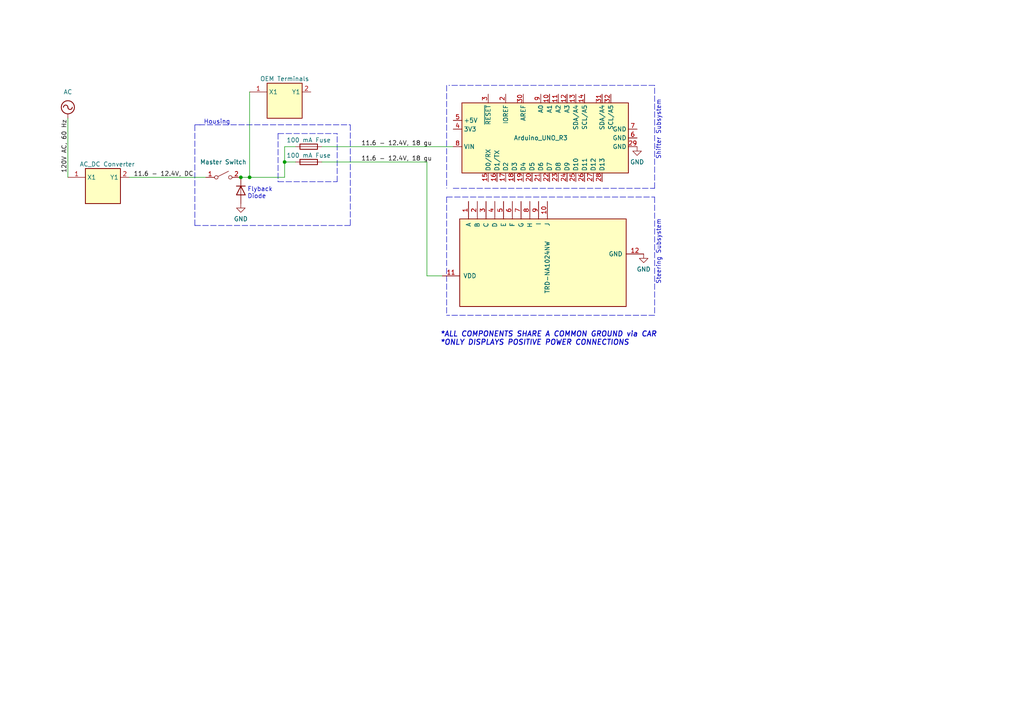
<source format=kicad_sch>
(kicad_sch (version 20211123) (generator eeschema)

  (uuid 29ef07db-9600-4808-a0b6-4cdbf71d1877)

  (paper "A4")

  (lib_symbols
    (symbol "74AHC1G4210_1" (in_bom yes) (on_board yes)
      (property "Reference" "PS" (id 0) (at 17.78 7.62 0)
        (effects (font (size 1.27 1.27)) hide)
      )
      (property "Value" "74AHC1G4210_1" (id 1) (at 1.27 6.35 0)
        (effects (font (size 1.27 1.27)))
      )
      (property "Footprint" "Package_TO_SOT_SMD:SOT-353_SC-70-5" (id 2) (at 0 -21.59 0)
        (effects (font (size 1.27 1.27)) hide)
      )
      (property "Datasheet" "Blank" (id 3) (at -1.27 13.97 0)
        (effects (font (size 1.27 1.27)) hide)
      )
      (property "ki_keywords" "Power Supply" (id 4) (at 0 0 0)
        (effects (font (size 1.27 1.27)) hide)
      )
      (property "ki_description" "Power Supply" (id 5) (at 0 0 0)
        (effects (font (size 1.27 1.27)) hide)
      )
      (property "ki_fp_filters" "SOT*353*" (id 6) (at 0 0 0)
        (effects (font (size 1.27 1.27)) hide)
      )
      (symbol "74AHC1G4210_1_0_1"
        (rectangle (start -5.08 5.08) (end 5.08 -5.08)
          (stroke (width 0.254) (type default) (color 0 0 0 0))
          (fill (type background))
        )
      )
      (symbol "74AHC1G4210_1_1_1"
        (pin input line (at -10.16 2.54 0) (length 5.08)
          (name "X1" (effects (font (size 1.27 1.27))))
          (number "1" (effects (font (size 1.27 1.27))))
        )
        (pin output line (at 7.62 2.54 180) (length 2.54)
          (name "Y1" (effects (font (size 1.27 1.27))))
          (number "2" (effects (font (size 1.27 1.27))))
        )
      )
    )
    (symbol "74xGxx:74AHC1G4210" (in_bom yes) (on_board yes)
      (property "Reference" "PS" (id 0) (at 17.78 7.62 0)
        (effects (font (size 1.27 1.27)) hide)
      )
      (property "Value" "jhjh" (id 1) (at 11.43 8.89 0)
        (effects (font (size 1.27 1.27)) hide)
      )
      (property "Footprint" "Package_TO_SOT_SMD:SOT-353_SC-70-5" (id 2) (at 0 -21.59 0)
        (effects (font (size 1.27 1.27)) hide)
      )
      (property "Datasheet" "Blank" (id 3) (at -1.27 13.97 0)
        (effects (font (size 1.27 1.27)) hide)
      )
      (property "ki_keywords" "Power Supply" (id 4) (at 0 0 0)
        (effects (font (size 1.27 1.27)) hide)
      )
      (property "ki_description" "Power Supply" (id 5) (at 0 0 0)
        (effects (font (size 1.27 1.27)) hide)
      )
      (property "ki_fp_filters" "SOT*353*" (id 6) (at 0 0 0)
        (effects (font (size 1.27 1.27)) hide)
      )
      (symbol "74AHC1G4210_0_1"
        (rectangle (start -5.08 5.08) (end 5.08 -5.08)
          (stroke (width 0.254) (type default) (color 0 0 0 0))
          (fill (type background))
        )
      )
      (symbol "74AHC1G4210_1_1"
        (pin input line (at -10.16 2.54 0) (length 5.08)
          (name "X1" (effects (font (size 1.27 1.27))))
          (number "1" (effects (font (size 1.27 1.27))))
        )
        (pin output line (at 7.62 2.54 180) (length 2.54)
          (name "Y1" (effects (font (size 1.27 1.27))))
          (number "2" (effects (font (size 1.27 1.27))))
        )
      )
    )
    (symbol "Device:Fuse" (pin_numbers hide) (pin_names (offset 0)) (in_bom yes) (on_board yes)
      (property "Reference" "F" (id 0) (at 2.032 0 90)
        (effects (font (size 1.27 1.27)))
      )
      (property "Value" "Fuse" (id 1) (at -1.905 0 90)
        (effects (font (size 1.27 1.27)))
      )
      (property "Footprint" "" (id 2) (at -1.778 0 90)
        (effects (font (size 1.27 1.27)) hide)
      )
      (property "Datasheet" "~" (id 3) (at 0 0 0)
        (effects (font (size 1.27 1.27)) hide)
      )
      (property "ki_keywords" "fuse" (id 4) (at 0 0 0)
        (effects (font (size 1.27 1.27)) hide)
      )
      (property "ki_description" "Fuse" (id 5) (at 0 0 0)
        (effects (font (size 1.27 1.27)) hide)
      )
      (property "ki_fp_filters" "*Fuse*" (id 6) (at 0 0 0)
        (effects (font (size 1.27 1.27)) hide)
      )
      (symbol "Fuse_0_1"
        (rectangle (start -0.762 -2.54) (end 0.762 2.54)
          (stroke (width 0.254) (type default) (color 0 0 0 0))
          (fill (type none))
        )
        (polyline
          (pts
            (xy 0 2.54)
            (xy 0 -2.54)
          )
          (stroke (width 0) (type default) (color 0 0 0 0))
          (fill (type none))
        )
      )
      (symbol "Fuse_1_1"
        (pin passive line (at 0 3.81 270) (length 1.27)
          (name "~" (effects (font (size 1.27 1.27))))
          (number "1" (effects (font (size 1.27 1.27))))
        )
        (pin passive line (at 0 -3.81 90) (length 1.27)
          (name "~" (effects (font (size 1.27 1.27))))
          (number "2" (effects (font (size 1.27 1.27))))
        )
      )
    )
    (symbol "Interface_HID:TRD-NA1024NW" (pin_names (offset 1.016)) (in_bom yes) (on_board yes)
      (property "Reference" "U?" (id 0) (at -13.97 2.5401 0)
        (effects (font (size 1.27 1.27)) (justify right) hide)
      )
      (property "Value" "TRD-NA1024NW" (id 1) (at 6.35 0 0)
        (effects (font (size 1.27 1.27)) (justify right))
      )
      (property "Footprint" "" (id 2) (at -1.27 0 0)
        (effects (font (size 1.27 1.27)) hide)
      )
      (property "Datasheet" "http://www.codemercs.com/downloads/spinwarrior/SW_Datasheet.pdf" (id 3) (at -1.27 0 0)
        (effects (font (size 1.27 1.27)) hide)
      )
      (property "ki_keywords" "16bit, absolute position, USB, rotary encoder" (id 4) (at 0 0 0)
        (effects (font (size 1.27 1.27)) hide)
      )
      (property "ki_description" "SpinWarrior, 3 16bit absolute position rotary encoders, 6 digital inputs, DIP-24/SOIC-24" (id 5) (at 0 0 0)
        (effects (font (size 1.27 1.27)) hide)
      )
      (property "ki_fp_filters" "DIP*7.62mm* SOIC*7.5x15.4mm*P1.27mm*" (id 6) (at 0 0 0)
        (effects (font (size 1.27 1.27)) hide)
      )
      (symbol "TRD-NA1024NW_1_1"
        (rectangle (start -12.7 25.4) (end 12.7 -22.86)
          (stroke (width 0.254) (type default) (color 0 0 0 0))
          (fill (type background))
        )
        (pin input line (at 17.78 22.86 180) (length 5.08)
          (name "A" (effects (font (size 1.27 1.27))))
          (number "1" (effects (font (size 1.27 1.27))))
        )
        (pin input line (at 17.78 0 180) (length 5.08)
          (name "J" (effects (font (size 1.27 1.27))))
          (number "10" (effects (font (size 1.27 1.27))))
        )
        (pin power_in line (at -3.81 30.48 270) (length 5.08)
          (name "VDD" (effects (font (size 1.27 1.27))))
          (number "11" (effects (font (size 1.27 1.27))))
        )
        (pin power_in line (at 2.54 -27.94 90) (length 5.08)
          (name "GND" (effects (font (size 1.27 1.27))))
          (number "12" (effects (font (size 1.27 1.27))))
        )
        (pin input line (at 17.78 20.32 180) (length 5.08)
          (name "B" (effects (font (size 1.27 1.27))))
          (number "2" (effects (font (size 1.27 1.27))))
        )
        (pin input line (at 17.78 17.78 180) (length 5.08)
          (name "C" (effects (font (size 1.27 1.27))))
          (number "3" (effects (font (size 1.27 1.27))))
        )
        (pin input line (at 17.78 15.24 180) (length 5.08)
          (name "D" (effects (font (size 1.27 1.27))))
          (number "4" (effects (font (size 1.27 1.27))))
        )
        (pin input line (at 17.78 12.7 180) (length 5.08)
          (name "E" (effects (font (size 1.27 1.27))))
          (number "5" (effects (font (size 1.27 1.27))))
        )
        (pin input line (at 17.78 10.16 180) (length 5.08)
          (name "F" (effects (font (size 1.27 1.27))))
          (number "6" (effects (font (size 1.27 1.27))))
        )
        (pin input line (at 17.78 7.62 180) (length 5.08)
          (name "G" (effects (font (size 1.27 1.27))))
          (number "7" (effects (font (size 1.27 1.27))))
        )
        (pin input line (at 17.78 5.08 180) (length 5.08)
          (name "H" (effects (font (size 1.27 1.27))))
          (number "8" (effects (font (size 1.27 1.27))))
        )
        (pin input line (at 17.78 2.54 180) (length 5.08)
          (name "I" (effects (font (size 1.27 1.27))))
          (number "9" (effects (font (size 1.27 1.27))))
        )
      )
    )
    (symbol "MCU_Module:Arduino_UNO_R3" (in_bom yes) (on_board yes)
      (property "Reference" "A" (id 0) (at -10.16 23.495 0)
        (effects (font (size 1.27 1.27)) (justify left bottom))
      )
      (property "Value" "Arduino_UNO_R3" (id 1) (at 5.08 -26.67 0)
        (effects (font (size 1.27 1.27)) (justify left top))
      )
      (property "Footprint" "Module:Arduino_UNO_R3" (id 2) (at 0 0 0)
        (effects (font (size 1.27 1.27) italic) hide)
      )
      (property "Datasheet" "https://www.arduino.cc/en/Main/arduinoBoardUno" (id 3) (at 0 0 0)
        (effects (font (size 1.27 1.27)) hide)
      )
      (property "ki_keywords" "Arduino UNO R3 Microcontroller Module Atmel AVR USB" (id 4) (at 0 0 0)
        (effects (font (size 1.27 1.27)) hide)
      )
      (property "ki_description" "Arduino UNO Microcontroller Module, release 3" (id 5) (at 0 0 0)
        (effects (font (size 1.27 1.27)) hide)
      )
      (property "ki_fp_filters" "Arduino*UNO*R3*" (id 6) (at 0 0 0)
        (effects (font (size 1.27 1.27)) hide)
      )
      (symbol "Arduino_UNO_R3_0_1"
        (rectangle (start -10.16 22.86) (end 10.16 -25.4)
          (stroke (width 0.254) (type default) (color 0 0 0 0))
          (fill (type background))
        )
      )
      (symbol "Arduino_UNO_R3_1_1"
        (pin no_connect line (at -10.16 -20.32 0) (length 2.54) hide
          (name "NC" (effects (font (size 1.27 1.27))))
          (number "1" (effects (font (size 1.27 1.27))))
        )
        (pin bidirectional line (at 12.7 -2.54 180) (length 2.54)
          (name "A1" (effects (font (size 1.27 1.27))))
          (number "10" (effects (font (size 1.27 1.27))))
        )
        (pin bidirectional line (at 12.7 -5.08 180) (length 2.54)
          (name "A2" (effects (font (size 1.27 1.27))))
          (number "11" (effects (font (size 1.27 1.27))))
        )
        (pin bidirectional line (at 12.7 -7.62 180) (length 2.54)
          (name "A3" (effects (font (size 1.27 1.27))))
          (number "12" (effects (font (size 1.27 1.27))))
        )
        (pin bidirectional line (at 12.7 -10.16 180) (length 2.54)
          (name "SDA/A4" (effects (font (size 1.27 1.27))))
          (number "13" (effects (font (size 1.27 1.27))))
        )
        (pin bidirectional line (at 12.7 -12.7 180) (length 2.54)
          (name "SCL/A5" (effects (font (size 1.27 1.27))))
          (number "14" (effects (font (size 1.27 1.27))))
        )
        (pin bidirectional line (at -12.7 15.24 0) (length 2.54)
          (name "D0/RX" (effects (font (size 1.27 1.27))))
          (number "15" (effects (font (size 1.27 1.27))))
        )
        (pin bidirectional line (at -12.7 12.7 0) (length 2.54)
          (name "D1/TX" (effects (font (size 1.27 1.27))))
          (number "16" (effects (font (size 1.27 1.27))))
        )
        (pin bidirectional line (at -12.7 10.16 0) (length 2.54)
          (name "D2" (effects (font (size 1.27 1.27))))
          (number "17" (effects (font (size 1.27 1.27))))
        )
        (pin bidirectional line (at -12.7 7.62 0) (length 2.54)
          (name "D3" (effects (font (size 1.27 1.27))))
          (number "18" (effects (font (size 1.27 1.27))))
        )
        (pin bidirectional line (at -12.7 5.08 0) (length 2.54)
          (name "D4" (effects (font (size 1.27 1.27))))
          (number "19" (effects (font (size 1.27 1.27))))
        )
        (pin output line (at 12.7 10.16 180) (length 2.54)
          (name "IOREF" (effects (font (size 1.27 1.27))))
          (number "2" (effects (font (size 1.27 1.27))))
        )
        (pin bidirectional line (at -12.7 2.54 0) (length 2.54)
          (name "D5" (effects (font (size 1.27 1.27))))
          (number "20" (effects (font (size 1.27 1.27))))
        )
        (pin bidirectional line (at -12.7 0 0) (length 2.54)
          (name "D6" (effects (font (size 1.27 1.27))))
          (number "21" (effects (font (size 1.27 1.27))))
        )
        (pin bidirectional line (at -12.7 -2.54 0) (length 2.54)
          (name "D7" (effects (font (size 1.27 1.27))))
          (number "22" (effects (font (size 1.27 1.27))))
        )
        (pin bidirectional line (at -12.7 -5.08 0) (length 2.54)
          (name "D8" (effects (font (size 1.27 1.27))))
          (number "23" (effects (font (size 1.27 1.27))))
        )
        (pin bidirectional line (at -12.7 -7.62 0) (length 2.54)
          (name "D9" (effects (font (size 1.27 1.27))))
          (number "24" (effects (font (size 1.27 1.27))))
        )
        (pin bidirectional line (at -12.7 -10.16 0) (length 2.54)
          (name "D10" (effects (font (size 1.27 1.27))))
          (number "25" (effects (font (size 1.27 1.27))))
        )
        (pin bidirectional line (at -12.7 -12.7 0) (length 2.54)
          (name "D11" (effects (font (size 1.27 1.27))))
          (number "26" (effects (font (size 1.27 1.27))))
        )
        (pin bidirectional line (at -12.7 -15.24 0) (length 2.54)
          (name "D12" (effects (font (size 1.27 1.27))))
          (number "27" (effects (font (size 1.27 1.27))))
        )
        (pin bidirectional line (at -12.7 -17.78 0) (length 2.54)
          (name "D13" (effects (font (size 1.27 1.27))))
          (number "28" (effects (font (size 1.27 1.27))))
        )
        (pin power_in line (at -2.54 -27.94 90) (length 2.54)
          (name "GND" (effects (font (size 1.27 1.27))))
          (number "29" (effects (font (size 1.27 1.27))))
        )
        (pin input line (at 12.7 15.24 180) (length 2.54)
          (name "~{RESET}" (effects (font (size 1.27 1.27))))
          (number "3" (effects (font (size 1.27 1.27))))
        )
        (pin input line (at 12.7 5.08 180) (length 2.54)
          (name "AREF" (effects (font (size 1.27 1.27))))
          (number "30" (effects (font (size 1.27 1.27))))
        )
        (pin bidirectional line (at 12.7 -17.78 180) (length 2.54)
          (name "SDA/A4" (effects (font (size 1.27 1.27))))
          (number "31" (effects (font (size 1.27 1.27))))
        )
        (pin bidirectional line (at 12.7 -20.32 180) (length 2.54)
          (name "SCL/A5" (effects (font (size 1.27 1.27))))
          (number "32" (effects (font (size 1.27 1.27))))
        )
        (pin power_out line (at 2.54 25.4 270) (length 2.54)
          (name "3V3" (effects (font (size 1.27 1.27))))
          (number "4" (effects (font (size 1.27 1.27))))
        )
        (pin power_out line (at 5.08 25.4 270) (length 2.54)
          (name "+5V" (effects (font (size 1.27 1.27))))
          (number "5" (effects (font (size 1.27 1.27))))
        )
        (pin power_in line (at 0 -27.94 90) (length 2.54)
          (name "GND" (effects (font (size 1.27 1.27))))
          (number "6" (effects (font (size 1.27 1.27))))
        )
        (pin power_in line (at 2.54 -27.94 90) (length 2.54)
          (name "GND" (effects (font (size 1.27 1.27))))
          (number "7" (effects (font (size 1.27 1.27))))
        )
        (pin power_in line (at -2.54 25.4 270) (length 2.54)
          (name "VIN" (effects (font (size 1.27 1.27))))
          (number "8" (effects (font (size 1.27 1.27))))
        )
        (pin bidirectional line (at 12.7 0 180) (length 2.54)
          (name "A0" (effects (font (size 1.27 1.27))))
          (number "9" (effects (font (size 1.27 1.27))))
        )
      )
    )
    (symbol "Simulation_SPICE:DIODE" (pin_numbers hide) (pin_names (offset 1.016) hide) (in_bom yes) (on_board yes)
      (property "Reference" "D" (id 0) (at 0 2.54 0)
        (effects (font (size 1.27 1.27)))
      )
      (property "Value" "DIODE" (id 1) (at 0 -2.54 0)
        (effects (font (size 1.27 1.27)))
      )
      (property "Footprint" "" (id 2) (at 0 0 0)
        (effects (font (size 1.27 1.27)) hide)
      )
      (property "Datasheet" "~" (id 3) (at 0 0 0)
        (effects (font (size 1.27 1.27)) hide)
      )
      (property "Spice_Netlist_Enabled" "Y" (id 4) (at 0 0 0)
        (effects (font (size 1.27 1.27)) (justify left) hide)
      )
      (property "Spice_Primitive" "D" (id 5) (at 0 0 0)
        (effects (font (size 1.27 1.27)) (justify left) hide)
      )
      (property "ki_keywords" "simulation" (id 6) (at 0 0 0)
        (effects (font (size 1.27 1.27)) hide)
      )
      (property "ki_description" "Diode, anode on pin 1, for simulation only!" (id 7) (at 0 0 0)
        (effects (font (size 1.27 1.27)) hide)
      )
      (symbol "DIODE_0_1"
        (polyline
          (pts
            (xy 1.27 0)
            (xy -1.27 0)
          )
          (stroke (width 0) (type default) (color 0 0 0 0))
          (fill (type none))
        )
        (polyline
          (pts
            (xy 1.27 1.27)
            (xy 1.27 -1.27)
          )
          (stroke (width 0.254) (type default) (color 0 0 0 0))
          (fill (type none))
        )
        (polyline
          (pts
            (xy -1.27 -1.27)
            (xy -1.27 1.27)
            (xy 1.27 0)
            (xy -1.27 -1.27)
          )
          (stroke (width 0.254) (type default) (color 0 0 0 0))
          (fill (type none))
        )
      )
      (symbol "DIODE_1_1"
        (pin passive line (at -3.81 0 0) (length 2.54)
          (name "A" (effects (font (size 1.27 1.27))))
          (number "1" (effects (font (size 1.27 1.27))))
        )
        (pin passive line (at 3.81 0 180) (length 2.54)
          (name "K" (effects (font (size 1.27 1.27))))
          (number "2" (effects (font (size 1.27 1.27))))
        )
      )
    )
    (symbol "Switch:SW_SPST" (pin_names (offset 0) hide) (in_bom yes) (on_board yes)
      (property "Reference" "SW" (id 0) (at 0 3.175 0)
        (effects (font (size 1.27 1.27)))
      )
      (property "Value" "SW_SPST" (id 1) (at 0 -2.54 0)
        (effects (font (size 1.27 1.27)))
      )
      (property "Footprint" "" (id 2) (at 0 0 0)
        (effects (font (size 1.27 1.27)) hide)
      )
      (property "Datasheet" "~" (id 3) (at 0 0 0)
        (effects (font (size 1.27 1.27)) hide)
      )
      (property "ki_keywords" "switch lever" (id 4) (at 0 0 0)
        (effects (font (size 1.27 1.27)) hide)
      )
      (property "ki_description" "Single Pole Single Throw (SPST) switch" (id 5) (at 0 0 0)
        (effects (font (size 1.27 1.27)) hide)
      )
      (symbol "SW_SPST_0_0"
        (circle (center -2.032 0) (radius 0.508)
          (stroke (width 0) (type default) (color 0 0 0 0))
          (fill (type none))
        )
        (polyline
          (pts
            (xy -1.524 0.254)
            (xy 1.524 1.778)
          )
          (stroke (width 0) (type default) (color 0 0 0 0))
          (fill (type none))
        )
        (circle (center 2.032 0) (radius 0.508)
          (stroke (width 0) (type default) (color 0 0 0 0))
          (fill (type none))
        )
      )
      (symbol "SW_SPST_1_1"
        (pin passive line (at -5.08 0 0) (length 2.54)
          (name "A" (effects (font (size 1.27 1.27))))
          (number "1" (effects (font (size 1.27 1.27))))
        )
        (pin passive line (at 5.08 0 180) (length 2.54)
          (name "B" (effects (font (size 1.27 1.27))))
          (number "2" (effects (font (size 1.27 1.27))))
        )
      )
    )
    (symbol "power:AC" (power) (pin_names (offset 0)) (in_bom yes) (on_board yes)
      (property "Reference" "#PWR" (id 0) (at 0 -2.54 0)
        (effects (font (size 1.27 1.27)) hide)
      )
      (property "Value" "AC" (id 1) (at 0 6.35 0)
        (effects (font (size 1.27 1.27)))
      )
      (property "Footprint" "" (id 2) (at 0 0 0)
        (effects (font (size 1.27 1.27)) hide)
      )
      (property "Datasheet" "" (id 3) (at 0 0 0)
        (effects (font (size 1.27 1.27)) hide)
      )
      (property "ki_keywords" "global power" (id 4) (at 0 0 0)
        (effects (font (size 1.27 1.27)) hide)
      )
      (property "ki_description" "Power symbol creates a global label with name \"AC\"" (id 5) (at 0 0 0)
        (effects (font (size 1.27 1.27)) hide)
      )
      (symbol "AC_0_1"
        (polyline
          (pts
            (xy 0 0)
            (xy 0 1.27)
          )
          (stroke (width 0) (type default) (color 0 0 0 0))
          (fill (type none))
        )
        (arc (start 0 3.175) (mid -0.635 3.81) (end -1.27 3.175)
          (stroke (width 0.254) (type default) (color 0 0 0 0))
          (fill (type none))
        )
        (arc (start 0 3.175) (mid 0.635 2.54) (end 1.27 3.175)
          (stroke (width 0.254) (type default) (color 0 0 0 0))
          (fill (type none))
        )
        (circle (center 0 3.175) (radius 1.905)
          (stroke (width 0.254) (type default) (color 0 0 0 0))
          (fill (type none))
        )
      )
      (symbol "AC_1_1"
        (pin power_in line (at 0 0 90) (length 0) hide
          (name "AC" (effects (font (size 1.27 1.27))))
          (number "1" (effects (font (size 1.27 1.27))))
        )
      )
    )
    (symbol "power:GND" (power) (pin_names (offset 0)) (in_bom yes) (on_board yes)
      (property "Reference" "#PWR" (id 0) (at 0 -6.35 0)
        (effects (font (size 1.27 1.27)) hide)
      )
      (property "Value" "GND" (id 1) (at 0 -3.81 0)
        (effects (font (size 1.27 1.27)))
      )
      (property "Footprint" "" (id 2) (at 0 0 0)
        (effects (font (size 1.27 1.27)) hide)
      )
      (property "Datasheet" "" (id 3) (at 0 0 0)
        (effects (font (size 1.27 1.27)) hide)
      )
      (property "ki_keywords" "global power" (id 4) (at 0 0 0)
        (effects (font (size 1.27 1.27)) hide)
      )
      (property "ki_description" "Power symbol creates a global label with name \"GND\" , ground" (id 5) (at 0 0 0)
        (effects (font (size 1.27 1.27)) hide)
      )
      (symbol "GND_0_1"
        (polyline
          (pts
            (xy 0 0)
            (xy 0 -1.27)
            (xy 1.27 -1.27)
            (xy 0 -2.54)
            (xy -1.27 -1.27)
            (xy 0 -1.27)
          )
          (stroke (width 0) (type default) (color 0 0 0 0))
          (fill (type none))
        )
      )
      (symbol "GND_1_1"
        (pin power_in line (at 0 0 270) (length 0) hide
          (name "GND" (effects (font (size 1.27 1.27))))
          (number "1" (effects (font (size 1.27 1.27))))
        )
      )
    )
  )

  (junction (at 82.55 46.99) (diameter 0) (color 0 0 0 0)
    (uuid 640de362-4da7-4b88-929d-5b5dd43ab4a8)
  )
  (junction (at 69.85 51.435) (diameter 0) (color 0 0 0 0)
    (uuid a5a01acb-dd42-4f2a-953d-15eda514bc6a)
  )
  (junction (at 72.39 51.435) (diameter 0) (color 0 0 0 0)
    (uuid ba9177df-f933-40dc-b606-68046b81ace9)
  )

  (wire (pts (xy 82.55 42.545) (xy 82.55 46.99))
    (stroke (width 0) (type default) (color 0 0 0 0))
    (uuid 146b405f-e737-4c62-ba44-69d92458b899)
  )
  (polyline (pts (xy 101.6 36.195) (xy 101.6 65.405))
    (stroke (width 0) (type default) (color 0 0 0 0))
    (uuid 1ab9e991-c2f6-42ba-b442-d505fee1a2d4)
  )

  (wire (pts (xy 72.39 51.435) (xy 82.55 51.435))
    (stroke (width 0) (type default) (color 0 0 0 0))
    (uuid 1b8276b7-4b82-4ae1-aca4-328d25ff54e2)
  )
  (wire (pts (xy 19.685 34.29) (xy 19.685 51.435))
    (stroke (width 0) (type default) (color 0 0 0 0))
    (uuid 3262bb3f-2e92-42db-8eb9-84ce66698767)
  )
  (polyline (pts (xy 101.6 65.405) (xy 56.515 65.405))
    (stroke (width 0) (type default) (color 0 0 0 0))
    (uuid 47d24a1e-d700-4a1d-85ac-1936cd7a5a22)
  )

  (wire (pts (xy 82.55 46.99) (xy 85.725 46.99))
    (stroke (width 0) (type default) (color 0 0 0 0))
    (uuid 4f555bd9-acee-4a20-b872-849b38334856)
  )
  (wire (pts (xy 93.345 46.99) (xy 123.825 46.99))
    (stroke (width 0) (type default) (color 0 0 0 0))
    (uuid 5b98d775-7e28-4009-9931-0314db298d31)
  )
  (polyline (pts (xy 129.54 57.15) (xy 189.865 57.15))
    (stroke (width 0) (type default) (color 0 0 0 0))
    (uuid 6259d38b-79d3-47c4-9602-2f6a7efd033d)
  )

  (wire (pts (xy 93.345 42.545) (xy 131.445 42.545))
    (stroke (width 0) (type default) (color 0 0 0 0))
    (uuid 6e2baded-8cbb-4e43-838a-e657da1af2f0)
  )
  (polyline (pts (xy 189.865 57.15) (xy 189.865 91.44))
    (stroke (width 0) (type default) (color 0 0 0 0))
    (uuid 6ecdcde6-8573-4af3-a9f7-29d16eaa2c68)
  )
  (polyline (pts (xy 189.23 54.61) (xy 189.865 54.61))
    (stroke (width 0) (type default) (color 0 0 0 0))
    (uuid 6f9656c3-1ba9-4154-99ff-e1136a2fda7e)
  )
  (polyline (pts (xy 57.785 36.195) (xy 101.6 36.195))
    (stroke (width 0) (type default) (color 0 0 0 0))
    (uuid 79ad37df-beb9-47e2-9d61-d9e9f70cc577)
  )
  (polyline (pts (xy 131.445 54.61) (xy 189.865 54.61))
    (stroke (width 0) (type default) (color 0 0 0 0))
    (uuid 8298d4c9-8de7-4dcc-b4e7-52ae5ef5e67d)
  )

  (wire (pts (xy 72.39 26.67) (xy 72.39 51.435))
    (stroke (width 0) (type default) (color 0 0 0 0))
    (uuid 83679786-14e2-4ea2-9c7a-03134ab7f1ff)
  )
  (polyline (pts (xy 189.865 24.765) (xy 130.175 24.765))
    (stroke (width 0) (type default) (color 0 0 0 0))
    (uuid 885024ee-6928-45f9-a4d4-644015fb26af)
  )
  (polyline (pts (xy 189.865 54.61) (xy 189.865 24.765))
    (stroke (width 0) (type default) (color 0 0 0 0))
    (uuid 9055274b-0469-4241-b682-de79dc253c1e)
  )
  (polyline (pts (xy 97.79 52.705) (xy 97.79 38.735))
    (stroke (width 0) (type default) (color 0 0 0 0))
    (uuid 9a99924c-681c-44ea-a2d9-2937224c6dc0)
  )
  (polyline (pts (xy 80.645 38.735) (xy 80.645 52.705))
    (stroke (width 0) (type default) (color 0 0 0 0))
    (uuid a41d6d08-4e20-458e-8581-fedebc7c104e)
  )

  (wire (pts (xy 82.55 46.99) (xy 82.55 51.435))
    (stroke (width 0) (type default) (color 0 0 0 0))
    (uuid ad29b514-bb64-458f-aa49-13b31733bf3b)
  )
  (wire (pts (xy 85.725 42.545) (xy 82.55 42.545))
    (stroke (width 0) (type default) (color 0 0 0 0))
    (uuid afd084c2-c083-4ed1-9db8-a4b34126f4b4)
  )
  (wire (pts (xy 69.85 51.435) (xy 72.39 51.435))
    (stroke (width 0) (type default) (color 0 0 0 0))
    (uuid b32e21cc-e6ea-43e2-ba9d-466bfebae9b8)
  )
  (polyline (pts (xy 56.515 36.195) (xy 58.42 36.195))
    (stroke (width 0) (type default) (color 0 0 0 0))
    (uuid b71e2b5d-c9b0-49cc-a9e1-99b182706b95)
  )
  (polyline (pts (xy 129.54 24.765) (xy 129.54 54.61))
    (stroke (width 0) (type default) (color 0 0 0 0))
    (uuid b98d3ebf-1ea3-4293-874b-91e65b14a59f)
  )

  (wire (pts (xy 123.825 46.99) (xy 123.825 80.01))
    (stroke (width 0) (type default) (color 0 0 0 0))
    (uuid bd22aaa1-786d-484c-992b-f05cd2eb2418)
  )
  (polyline (pts (xy 80.645 52.705) (xy 97.79 52.705))
    (stroke (width 0) (type default) (color 0 0 0 0))
    (uuid c02d919c-d9be-4bcd-ae0a-aaf12aea5cc7)
  )
  (polyline (pts (xy 56.515 65.405) (xy 56.515 36.195))
    (stroke (width 0) (type default) (color 0 0 0 0))
    (uuid c278366c-100a-457c-a880-9706365dba60)
  )
  (polyline (pts (xy 80.645 38.735) (xy 97.79 38.735))
    (stroke (width 0) (type default) (color 0 0 0 0))
    (uuid c8342b70-5633-47cc-8f6d-f9c185a4c212)
  )
  (polyline (pts (xy 189.865 91.44) (xy 129.54 91.44))
    (stroke (width 0) (type default) (color 0 0 0 0))
    (uuid d6693add-9320-4541-a074-f392d803b50d)
  )
  (polyline (pts (xy 129.54 57.15) (xy 129.54 91.44))
    (stroke (width 0) (type default) (color 0 0 0 0))
    (uuid e0872f87-54b5-4ca0-bb0e-91fe422fb944)
  )

  (wire (pts (xy 123.825 80.01) (xy 128.27 80.01))
    (stroke (width 0) (type default) (color 0 0 0 0))
    (uuid e3ff2681-ee90-4cd9-85d2-9541dc120f9e)
  )
  (wire (pts (xy 37.465 51.435) (xy 59.69 51.435))
    (stroke (width 0) (type default) (color 0 0 0 0))
    (uuid e5aa08dc-6c56-42ac-b41f-b7f8194d0a30)
  )

  (text "Steering Subsystem" (at 191.77 82.55 90)
    (effects (font (size 1.27 1.27)) (justify left bottom))
    (uuid 01b74682-b292-4a3a-ac5f-dba2bf13190d)
  )
  (text "Flyback\nDiode" (at 71.755 57.785 0)
    (effects (font (size 1.27 1.27)) (justify left bottom))
    (uuid 2db6691b-c311-4606-b9dc-b3353020a1e0)
  )
  (text "*ALL COMPONENTS SHARE A COMMON GROUND via CAR\n*ONLY DISPLAYS POSITIVE POWER CONNECTIONS"
    (at 127.635 100.33 0)
    (effects (font (size 1.5 1.5) (thickness 0.254) bold italic) (justify left bottom))
    (uuid 46d873b8-15e6-4620-b438-575d00e51517)
  )
  (text "Housing" (at 59.055 36.195 0)
    (effects (font (size 1.27 1.27)) (justify left bottom))
    (uuid 6fedb0fc-051d-465d-8714-47ac3eeb8dfd)
  )
  (text "Shifter Subsystem\n" (at 191.77 46.355 90)
    (effects (font (size 1.27 1.27)) (justify left bottom))
    (uuid c4f26c3d-5f1a-4ce2-80c2-ca3212a18430)
  )

  (label "11.6 - 12.4V, 18 gu" (at 104.775 42.545 0)
    (effects (font (size 1.27 1.27)) (justify left bottom))
    (uuid 17451d0d-6731-45dd-85d6-f16be5c5ab16)
  )
  (label "11.6 - 12.4V, 18 gu" (at 104.775 46.99 0)
    (effects (font (size 1.27 1.27)) (justify left bottom))
    (uuid 22e5a5a2-e2fc-46c5-8c40-199b044ecc50)
  )
  (label "11.6 - 12.4V, DC" (at 38.735 51.435 0)
    (effects (font (size 1.27 1.27)) (justify left bottom))
    (uuid a0fa9f42-8ca1-4946-8152-5ef916e7c00a)
  )
  (label "120V AC, 60 Hz" (at 19.685 50.1433 90)
    (effects (font (size 1.27 1.27)) (justify left bottom))
    (uuid f20b04ca-0e2e-482b-8e4e-68cdae2f73a7)
  )

  (symbol (lib_name "74AHC1G4210_1") (lib_id "74xGxx:74AHC1G4210") (at 29.845 53.975 0) (unit 1)
    (in_bom yes) (on_board yes) (fields_autoplaced)
    (uuid 1135d20b-a1ca-4084-a964-3443089f536d)
    (property "Reference" "PS" (id 0) (at 47.625 46.355 0)
      (effects (font (size 1.27 1.27)) hide)
    )
    (property "Value" "AC_DC Converter" (id 1) (at 31.115 47.625 0))
    (property "Footprint" "Package_TO_SOT_SMD:SOT-353_SC-70-5" (id 2) (at 29.845 75.565 0)
      (effects (font (size 1.27 1.27)) hide)
    )
    (property "Datasheet" "Blank" (id 3) (at 28.575 40.005 0)
      (effects (font (size 1.27 1.27)) hide)
    )
    (pin "1" (uuid 9e2e36c3-5431-4480-a948-f7d796bd53d1))
    (pin "2" (uuid 463e2667-76d6-40f2-b587-4e18b783067f))
  )

  (symbol (lib_id "power:GND") (at 184.785 42.545 0) (unit 1)
    (in_bom yes) (on_board yes) (fields_autoplaced)
    (uuid 1630e6b5-a8f3-4822-bb04-82fc8d9fc6c7)
    (property "Reference" "#PWR?" (id 0) (at 184.785 48.895 0)
      (effects (font (size 1.27 1.27)) hide)
    )
    (property "Value" "GND" (id 1) (at 184.785 46.99 0))
    (property "Footprint" "" (id 2) (at 184.785 42.545 0)
      (effects (font (size 1.27 1.27)) hide)
    )
    (property "Datasheet" "" (id 3) (at 184.785 42.545 0)
      (effects (font (size 1.27 1.27)) hide)
    )
    (pin "1" (uuid a23493ce-79ac-495d-9b7f-7b3d33fc2721))
  )

  (symbol (lib_id "Device:Fuse") (at 89.535 42.545 90) (unit 1)
    (in_bom yes) (on_board yes)
    (uuid 4ab2d7d2-a20a-41a8-a854-a40ca232b811)
    (property "Reference" "F?" (id 0) (at 89.535 36.195 90)
      (effects (font (size 1.27 1.27)) hide)
    )
    (property "Value" "100 mA Fuse" (id 1) (at 89.535 40.64 90))
    (property "Footprint" "" (id 2) (at 89.535 44.323 90)
      (effects (font (size 1.27 1.27)) hide)
    )
    (property "Datasheet" "~" (id 3) (at 89.535 42.545 0)
      (effects (font (size 1.27 1.27)) hide)
    )
    (pin "1" (uuid 4472aef1-c1cb-413a-9f0c-b3864c7b4f8c))
    (pin "2" (uuid 46985502-38e1-457b-bf2e-fcfa23f3baed))
  )

  (symbol (lib_id "MCU_Module:Arduino_UNO_R3") (at 156.845 40.005 90) (unit 1)
    (in_bom yes) (on_board yes)
    (uuid 67c91cc7-31c9-4434-a246-9538cc08b6eb)
    (property "Reference" "A?" (id 0) (at 191.77 31.6355 90)
      (effects (font (size 1.27 1.27)) hide)
    )
    (property "Value" "Arduino_UNO_R3" (id 1) (at 156.845 40.005 90))
    (property "Footprint" "Module:Arduino_UNO_R3" (id 2) (at 156.845 40.005 0)
      (effects (font (size 1.27 1.27) italic) hide)
    )
    (property "Datasheet" "https://www.arduino.cc/en/Main/arduinoBoardUno" (id 3) (at 156.845 40.005 0)
      (effects (font (size 1.27 1.27)) hide)
    )
    (pin "1" (uuid 88ed617c-3a8e-47cb-a254-f5be2142cbe2))
    (pin "10" (uuid a8b7f917-33c0-4a29-ae0a-812a4de31ba8))
    (pin "11" (uuid b950978f-ad91-4945-aef4-57479c1bb7c5))
    (pin "12" (uuid 26f004f1-19f1-4efc-b248-780140005c75))
    (pin "13" (uuid 77cf63d8-f6ff-4114-a71b-47e74967356d))
    (pin "14" (uuid 98833e13-513d-4dd0-9164-bcd001b8eacf))
    (pin "15" (uuid b8b2fd21-f8d7-4270-b0ea-89cc902e41a9))
    (pin "16" (uuid 441a262d-42cc-45b5-b8e2-517244dfbdf9))
    (pin "17" (uuid 7786e3e9-7617-4c8e-82d8-1ec04bc279d7))
    (pin "18" (uuid 5cd4a8e7-7e18-4709-b87e-70547e4ce471))
    (pin "19" (uuid 2924445e-b1e9-4027-96bc-2d71706c803e))
    (pin "2" (uuid a993c76e-94dd-45c9-9ff9-a01c31119cca))
    (pin "20" (uuid babfb1cb-58fa-406d-815f-4871e46c2b08))
    (pin "21" (uuid 710535ed-4055-422e-b955-54d7749a81de))
    (pin "22" (uuid 204cf2f7-6d6d-4ec7-8dd1-b0a962e25db4))
    (pin "23" (uuid fedc6d2e-aebc-4576-9402-452d705ee732))
    (pin "24" (uuid f98ed910-f14a-430d-b7b3-947ec6d74b41))
    (pin "25" (uuid 436a5b26-a0d3-4054-b273-2b22e7c070d0))
    (pin "26" (uuid 9f1332b4-7e49-4930-94ab-b94c54df6c1e))
    (pin "27" (uuid ed1f7f12-ac61-4a72-bc12-ae39cf2b3e19))
    (pin "28" (uuid 3ba311e9-0acb-438d-81ef-2b595315bdd4))
    (pin "29" (uuid 8fc1937c-580f-4b60-98f2-7338ca35d8b0))
    (pin "3" (uuid caca90c9-45ba-4790-a0ec-b444d13e8d6c))
    (pin "30" (uuid 5efb5dc6-ee1a-4d08-90fb-c426450eb7cf))
    (pin "31" (uuid ddf1d594-0959-4820-991c-bce849497665))
    (pin "32" (uuid 4eb67bcc-34ab-433c-9b76-dd056db5e5c7))
    (pin "4" (uuid 7df7a50e-5228-4c8c-99cd-f1ae8cce4baa))
    (pin "5" (uuid 44226770-ab69-4630-9c22-904c5322afaa))
    (pin "6" (uuid 4643adc6-3c75-4888-a8c8-f796dcfa70cc))
    (pin "7" (uuid efba02f4-fd9f-48d2-82a5-665cfd9d0a40))
    (pin "8" (uuid 87f2de23-1585-4bdd-a1ba-f8e959c3cf06))
    (pin "9" (uuid 3d458e55-d5d0-4972-96c4-ad3e14d0293f))
  )

  (symbol (lib_id "Interface_HID:TRD-NA1024NW") (at 158.75 76.2 90) (unit 1)
    (in_bom yes) (on_board yes)
    (uuid 6804a9bb-d303-4c13-89dc-2e7d4cbb4951)
    (property "Reference" "U?" (id 0) (at 156.2099 90.17 0)
      (effects (font (size 1.27 1.27)) (justify right) hide)
    )
    (property "Value" "TRD-NA1024NW" (id 1) (at 158.75 69.85 0)
      (effects (font (size 1.27 1.27)) (justify right))
    )
    (property "Footprint" "" (id 2) (at 158.75 77.47 0)
      (effects (font (size 1.27 1.27)) hide)
    )
    (property "Datasheet" "http://www.codemercs.com/downloads/spinwarrior/SW_Datasheet.pdf" (id 3) (at 158.75 77.47 0)
      (effects (font (size 1.27 1.27)) hide)
    )
    (pin "1" (uuid dce8db19-405c-45cc-9634-9d3e9a4fa2c5))
    (pin "10" (uuid d419e936-9246-4554-8d7b-5c95f254ee36))
    (pin "11" (uuid 8db85338-d3ab-4e88-ae18-351efba7c112))
    (pin "12" (uuid 7fbd3d5e-b1d5-41ae-a8fb-d482f20c30a6))
    (pin "2" (uuid d216cf3c-42cb-4d9e-839a-a2f20694c2c1))
    (pin "3" (uuid 186f102a-d416-4df4-836c-f7b2f656f5e3))
    (pin "4" (uuid 51e16a28-9e42-4eca-a392-fd1d3b40ebb8))
    (pin "5" (uuid cb78c67f-3e2c-440e-a2cf-44ecaa21a24a))
    (pin "6" (uuid 7689be07-1918-4f67-a7f0-b5902338303f))
    (pin "7" (uuid c3af6e7a-61dc-4e66-af35-e80e6490086f))
    (pin "8" (uuid bab56a7a-7ac2-470d-a5f3-d3323b1e38b0))
    (pin "9" (uuid 5384d0f3-b606-46aa-bc88-d01f7d235980))
  )

  (symbol (lib_id "power:GND") (at 186.69 73.66 0) (unit 1)
    (in_bom yes) (on_board yes) (fields_autoplaced)
    (uuid 685f2870-d4fa-483d-92ef-fbfd3fa418c6)
    (property "Reference" "#PWR?" (id 0) (at 186.69 80.01 0)
      (effects (font (size 1.27 1.27)) hide)
    )
    (property "Value" "GND" (id 1) (at 186.69 78.105 0))
    (property "Footprint" "" (id 2) (at 186.69 73.66 0)
      (effects (font (size 1.27 1.27)) hide)
    )
    (property "Datasheet" "" (id 3) (at 186.69 73.66 0)
      (effects (font (size 1.27 1.27)) hide)
    )
    (pin "1" (uuid 6c6b7171-9b8e-4191-8358-75c47c6b1785))
  )

  (symbol (lib_id "Simulation_SPICE:DIODE") (at 69.85 55.245 90) (unit 1)
    (in_bom yes) (on_board yes) (fields_autoplaced)
    (uuid 740ef07c-ed4c-4df2-9102-ad716a46e871)
    (property "Reference" "D?" (id 0) (at 72.39 53.9749 90)
      (effects (font (size 1.27 1.27)) (justify right) hide)
    )
    (property "Value" "Diode" (id 1) (at 72.39 55.2449 90)
      (effects (font (size 1.27 1.27)) (justify right) hide)
    )
    (property "Footprint" "" (id 2) (at 69.85 55.245 0)
      (effects (font (size 1.27 1.27)) hide)
    )
    (property "Datasheet" "~" (id 3) (at 69.85 55.245 0)
      (effects (font (size 1.27 1.27)) hide)
    )
    (property "Spice_Netlist_Enabled" "Y" (id 4) (at 69.85 55.245 0)
      (effects (font (size 1.27 1.27)) (justify left) hide)
    )
    (property "Spice_Primitive" "D" (id 5) (at 69.85 55.245 0)
      (effects (font (size 1.27 1.27)) (justify left) hide)
    )
    (pin "1" (uuid 2ffe4516-1cde-497d-91a3-e4342937c1fc))
    (pin "2" (uuid 84539056-bd09-43d1-8f8d-5d78f0f37f71))
  )

  (symbol (lib_id "power:AC") (at 19.685 34.29 0) (unit 1)
    (in_bom yes) (on_board yes) (fields_autoplaced)
    (uuid 87f6d057-9235-4b70-86ff-184900814d16)
    (property "Reference" "#PWR?" (id 0) (at 19.685 36.83 0)
      (effects (font (size 1.27 1.27)) hide)
    )
    (property "Value" "AC" (id 1) (at 19.685 26.67 0))
    (property "Footprint" "" (id 2) (at 19.685 34.29 0)
      (effects (font (size 1.27 1.27)) hide)
    )
    (property "Datasheet" "" (id 3) (at 19.685 34.29 0)
      (effects (font (size 1.27 1.27)) hide)
    )
    (pin "1" (uuid 5e9bdb34-4937-4c5d-b60f-547daa5fbb33))
  )

  (symbol (lib_id "power:GND") (at 69.85 59.055 0) (unit 1)
    (in_bom yes) (on_board yes) (fields_autoplaced)
    (uuid af4886f3-60bb-4da6-96b9-f905b89ef3e1)
    (property "Reference" "#PWR?" (id 0) (at 69.85 65.405 0)
      (effects (font (size 1.27 1.27)) hide)
    )
    (property "Value" "GND" (id 1) (at 69.85 63.5 0))
    (property "Footprint" "" (id 2) (at 69.85 59.055 0)
      (effects (font (size 1.27 1.27)) hide)
    )
    (property "Datasheet" "" (id 3) (at 69.85 59.055 0)
      (effects (font (size 1.27 1.27)) hide)
    )
    (pin "1" (uuid ff41701b-83ab-479e-b832-fc8a8320894f))
  )

  (symbol (lib_id "Device:Fuse") (at 89.535 46.99 90) (unit 1)
    (in_bom yes) (on_board yes)
    (uuid eb494575-842c-424c-b401-4ad6e02867b3)
    (property "Reference" "F?" (id 0) (at 89.535 40.64 90)
      (effects (font (size 1.27 1.27)) hide)
    )
    (property "Value" "100 mA Fuse" (id 1) (at 89.535 45.085 90))
    (property "Footprint" "" (id 2) (at 89.535 48.768 90)
      (effects (font (size 1.27 1.27)) hide)
    )
    (property "Datasheet" "~" (id 3) (at 89.535 46.99 0)
      (effects (font (size 1.27 1.27)) hide)
    )
    (pin "1" (uuid f4aee4fc-f32e-4e05-a865-a17e4c643cdd))
    (pin "2" (uuid 753e8fc2-757b-4032-b4ce-6248ae7b745b))
  )

  (symbol (lib_id "74xGxx:74AHC1G4210") (at 82.55 29.21 0) (unit 1)
    (in_bom yes) (on_board yes)
    (uuid f1db1328-13e1-4bdc-bc95-8897eb35f97a)
    (property "Reference" "PS?" (id 0) (at 100.33 21.59 0)
      (effects (font (size 1.27 1.27)) hide)
    )
    (property "Value" "OEM Terminals" (id 1) (at 82.55 22.86 0))
    (property "Footprint" "Package_TO_SOT_SMD:SOT-353_SC-70-5" (id 2) (at 82.55 50.8 0)
      (effects (font (size 1.27 1.27)) hide)
    )
    (property "Datasheet" "Blank" (id 3) (at 81.28 15.24 0)
      (effects (font (size 1.27 1.27)) hide)
    )
    (pin "1" (uuid 71773d20-ccfe-4a69-9a0c-cf670c55687c))
    (pin "2" (uuid dcb1e5e5-d65f-4f1c-9529-c38cc21b8778))
  )

  (symbol (lib_id "Switch:SW_SPST") (at 64.77 51.435 0) (unit 1)
    (in_bom yes) (on_board yes) (fields_autoplaced)
    (uuid f73dfe2a-bb60-4f15-9a76-74af744bbdb0)
    (property "Reference" "SW?" (id 0) (at 64.77 44.45 0)
      (effects (font (size 1.27 1.27)) hide)
    )
    (property "Value" "Master Switch" (id 1) (at 64.77 46.99 0))
    (property "Footprint" "" (id 2) (at 64.77 51.435 0)
      (effects (font (size 1.27 1.27)) hide)
    )
    (property "Datasheet" "~" (id 3) (at 64.77 51.435 0)
      (effects (font (size 1.27 1.27)) hide)
    )
    (pin "1" (uuid c4f7b7f0-820e-4656-863c-277e8a715788))
    (pin "2" (uuid 398d7494-1165-46d6-836f-388c5ef3e6bd))
  )

  (sheet_instances
    (path "/" (page "1"))
  )

  (symbol_instances
    (path "/1630e6b5-a8f3-4822-bb04-82fc8d9fc6c7"
      (reference "#PWR?") (unit 1) (value "GND") (footprint "")
    )
    (path "/685f2870-d4fa-483d-92ef-fbfd3fa418c6"
      (reference "#PWR?") (unit 1) (value "GND") (footprint "")
    )
    (path "/87f6d057-9235-4b70-86ff-184900814d16"
      (reference "#PWR?") (unit 1) (value "AC") (footprint "")
    )
    (path "/af4886f3-60bb-4da6-96b9-f905b89ef3e1"
      (reference "#PWR?") (unit 1) (value "GND") (footprint "")
    )
    (path "/67c91cc7-31c9-4434-a246-9538cc08b6eb"
      (reference "A?") (unit 1) (value "Arduino_UNO_R3") (footprint "Module:Arduino_UNO_R3")
    )
    (path "/740ef07c-ed4c-4df2-9102-ad716a46e871"
      (reference "D?") (unit 1) (value "Diode") (footprint "")
    )
    (path "/4ab2d7d2-a20a-41a8-a854-a40ca232b811"
      (reference "F?") (unit 1) (value "100 mA Fuse") (footprint "")
    )
    (path "/eb494575-842c-424c-b401-4ad6e02867b3"
      (reference "F?") (unit 1) (value "100 mA Fuse") (footprint "")
    )
    (path "/1135d20b-a1ca-4084-a964-3443089f536d"
      (reference "PS") (unit 1) (value "AC_DC Converter") (footprint "Package_TO_SOT_SMD:SOT-353_SC-70-5")
    )
    (path "/f1db1328-13e1-4bdc-bc95-8897eb35f97a"
      (reference "PS?") (unit 1) (value "OEM Terminals") (footprint "Package_TO_SOT_SMD:SOT-353_SC-70-5")
    )
    (path "/f73dfe2a-bb60-4f15-9a76-74af744bbdb0"
      (reference "SW?") (unit 1) (value "Master Switch") (footprint "")
    )
    (path "/6804a9bb-d303-4c13-89dc-2e7d4cbb4951"
      (reference "U?") (unit 1) (value "TRD-NA1024NW") (footprint "")
    )
  )
)

</source>
